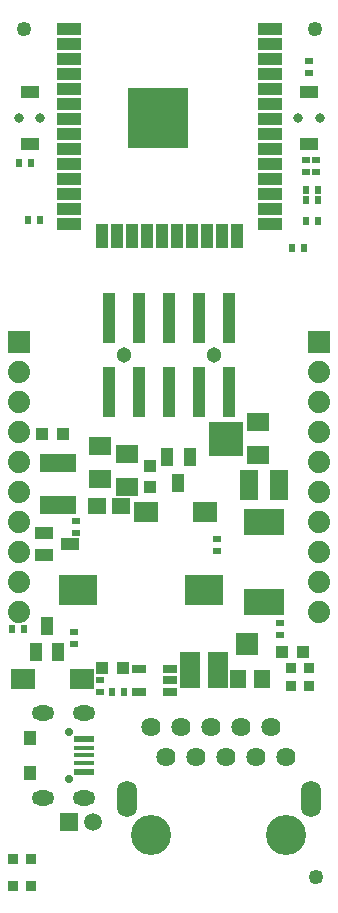
<source format=gbr>
G04 #@! TF.GenerationSoftware,KiCad,Pcbnew,5.99.0-unknown-d20d310~100~ubuntu18.04.1*
G04 #@! TF.CreationDate,2019-12-17T15:54:16+02:00*
G04 #@! TF.ProjectId,ESP32-PoE_Rev_E,45535033-322d-4506-9f45-5f5265765f45,E*
G04 #@! TF.SameCoordinates,Original*
G04 #@! TF.FileFunction,Soldermask,Top*
G04 #@! TF.FilePolarity,Negative*
%FSLAX46Y46*%
G04 Gerber Fmt 4.6, Leading zero omitted, Abs format (unit mm)*
G04 Created by KiCad (PCBNEW 5.99.0-unknown-d20d310~100~ubuntu18.04.1) date 2019-12-17 15:54:16*
%MOMM*%
%LPD*%
G04 APERTURE LIST*
%ADD10R,1.371600X1.625600*%
%ADD11R,0.601600X0.651600*%
%ADD12R,0.901600X0.901600*%
%ADD13R,1.501600X1.501600*%
%ADD14C,1.501600*%
%ADD15R,1.117600X1.117600*%
%ADD16R,3.101600X1.601600*%
%ADD17R,1.879600X1.625600*%
%ADD18R,0.651600X0.601600*%
%ADD19C,1.879600*%
%ADD20R,1.879600X1.879600*%
%ADD21R,1.301600X0.651600*%
%ADD22R,3.301600X2.601600*%
%ADD23R,3.501600X2.301600*%
%ADD24R,2.101600X1.801600*%
%ADD25R,1.625600X1.371600*%
%ADD26C,1.254000*%
%ADD27R,1.751600X0.601600*%
%ADD28R,1.751600X0.426600*%
%ADD29C,0.701600*%
%ADD30R,1.101600X1.201600*%
%ADD31O,1.901600X1.301600*%
%ADD32R,1.101600X1.501600*%
%ADD33R,1.701600X3.101600*%
%ADD34R,1.822400X1.822400*%
%ADD35R,2.901599X2.901599*%
%ADD36R,1.501600X1.101600*%
%ADD37C,1.301600*%
%ADD38R,1.101600X4.351600*%
%ADD39R,1.601600X1.001600*%
%ADD40C,0.801600*%
%ADD41R,2.101600X1.001600*%
%ADD42R,1.001600X2.101600*%
%ADD43R,5.101600X5.101600*%
%ADD44C,2.101600*%
%ADD45C,1.625600*%
%ADD46O,1.701600X3.101599*%
%ADD47C,3.401601*%
%ADD48R,1.601600X2.601600*%
G04 APERTURE END LIST*
D10*
X112014000Y-151765000D03*
X109982000Y-151765000D03*
D11*
X91821000Y-147574000D03*
X90805000Y-147574000D03*
X93218000Y-112903000D03*
X92202000Y-112903000D03*
D12*
X115951000Y-150876000D03*
X114427000Y-150876000D03*
X115951000Y-152400000D03*
X114427000Y-152400000D03*
D13*
X95638620Y-163852860D03*
D14*
X97650300Y-163850320D03*
D15*
X102489000Y-135509000D03*
X102489000Y-133731000D03*
D16*
X94742000Y-137005000D03*
X94742000Y-133505000D03*
D17*
X98298000Y-134874000D03*
X98298000Y-132080000D03*
X100584000Y-135509000D03*
X100584000Y-132715000D03*
D18*
X108204000Y-139954000D03*
X108204000Y-140970000D03*
D11*
X116713000Y-113030000D03*
X115697000Y-113030000D03*
X114554000Y-115316000D03*
X115570000Y-115316000D03*
X115697000Y-110363000D03*
X116713000Y-110363000D03*
X115697000Y-111252000D03*
X116713000Y-111252000D03*
D18*
X98298000Y-151828500D03*
X98298000Y-152844500D03*
D11*
X99314000Y-152844500D03*
X100330000Y-152844500D03*
D18*
X113538000Y-147066000D03*
X113538000Y-148082000D03*
X96266000Y-139446000D03*
X96266000Y-138430000D03*
X96075500Y-147828000D03*
X96075500Y-148844000D03*
D19*
X116840000Y-130840000D03*
X116840000Y-128300000D03*
X116840000Y-125760000D03*
D20*
X116840000Y-123220000D03*
D19*
X116840000Y-133380000D03*
X116840000Y-135920000D03*
X116840000Y-141000000D03*
X116840000Y-138460000D03*
X116840000Y-143540000D03*
X116840000Y-146080000D03*
X91440000Y-130840000D03*
X91440000Y-128300000D03*
X91440000Y-125760000D03*
D20*
X91440000Y-123220000D03*
D19*
X91440000Y-133380000D03*
X91440000Y-135920000D03*
X91440000Y-141000000D03*
X91440000Y-138460000D03*
X91440000Y-143540000D03*
X91440000Y-146080000D03*
D15*
X98425000Y-150876000D03*
X100203000Y-150876000D03*
D21*
X104170000Y-152842000D03*
X104170000Y-151892000D03*
X104170000Y-150942000D03*
X101570000Y-152842000D03*
X101570000Y-150942000D03*
D22*
X96377000Y-144272000D03*
X107077000Y-144272000D03*
D23*
X112141000Y-138459000D03*
X112141000Y-145259000D03*
D24*
X96734000Y-151765000D03*
X91734000Y-151765000D03*
X102148000Y-137668000D03*
X107148000Y-137668000D03*
D17*
X111633000Y-130048000D03*
X111633000Y-132842000D03*
D25*
X98044000Y-137160000D03*
X100076000Y-137160000D03*
D26*
X116586000Y-168529000D03*
X116459000Y-96774000D03*
X91821000Y-96774000D03*
D12*
X92456000Y-169291000D03*
X90932000Y-169291000D03*
D15*
X113665000Y-149479000D03*
X115443000Y-149479000D03*
D12*
X92456000Y-167005000D03*
X90932000Y-167005000D03*
D27*
X96876000Y-156854500D03*
D28*
X96876000Y-157592000D03*
X96876000Y-158242000D03*
X96876000Y-158892000D03*
D27*
X96876000Y-159629500D03*
D29*
X95626000Y-156242000D03*
X95626000Y-160242000D03*
D30*
X92326000Y-156742000D03*
X92326000Y-159742000D03*
D31*
X93476000Y-154642000D03*
X96946000Y-154642000D03*
X96946000Y-161842000D03*
X93476000Y-161842000D03*
D32*
X92839540Y-149479000D03*
X94742000Y-149479000D03*
X93786960Y-147269200D03*
X105851960Y-133004560D03*
X103949500Y-133004560D03*
X104904540Y-135214360D03*
D33*
X108261000Y-151003000D03*
X105861000Y-151003000D03*
D18*
X115951000Y-99441000D03*
X115951000Y-100457000D03*
X115697000Y-108839000D03*
X115697000Y-107823000D03*
X116586000Y-107823000D03*
X116586000Y-108839000D03*
D34*
X110744000Y-148844000D03*
D35*
X108966000Y-131445000D03*
D36*
X95715000Y-140335000D03*
X93515000Y-141285000D03*
X93515000Y-139385000D03*
D37*
X107950000Y-124333000D03*
D38*
X99060000Y-127458000D03*
X99060000Y-121208000D03*
X101600000Y-127458000D03*
X101600000Y-121208000D03*
X104140000Y-127458000D03*
X104140000Y-121208000D03*
X106680000Y-127458000D03*
X106680000Y-121208000D03*
X109220000Y-127458000D03*
X109220000Y-121208000D03*
D37*
X100330000Y-124333000D03*
D39*
X92321000Y-106444000D03*
X92321000Y-102090000D03*
D40*
X91421000Y-104267000D03*
X93221000Y-104267000D03*
D39*
X115959000Y-106444000D03*
X115959000Y-102090000D03*
D40*
X115059000Y-104267000D03*
X116859000Y-104267000D03*
D11*
X92456000Y-108077000D03*
X91440000Y-108077000D03*
D41*
X95640000Y-96725000D03*
X95640000Y-97995000D03*
X95640000Y-99265000D03*
X95640000Y-100535000D03*
X95640000Y-101805000D03*
X95640000Y-103075000D03*
X95640000Y-104345000D03*
X95640000Y-105615000D03*
X95640000Y-106885000D03*
X95640000Y-108155000D03*
X95640000Y-109425000D03*
X95640000Y-110695000D03*
X95640000Y-111965000D03*
X95640000Y-113235000D03*
D42*
X98440000Y-114235000D03*
X99710000Y-114235000D03*
X100980000Y-114235000D03*
X102250000Y-114235000D03*
X103520000Y-114235000D03*
X104790000Y-114235000D03*
X106060000Y-114235000D03*
X107330000Y-114235000D03*
X108600000Y-114235000D03*
X109870000Y-114235000D03*
D41*
X112640000Y-113235000D03*
X112640000Y-111965000D03*
X112640000Y-110695000D03*
X112640000Y-109425000D03*
X112640000Y-108155000D03*
X112640000Y-106885000D03*
X112640000Y-105615000D03*
X112640000Y-104345000D03*
X112640000Y-103075000D03*
X112640000Y-101805000D03*
X112640000Y-100535000D03*
X112640000Y-99265000D03*
X112640000Y-97995000D03*
X112640000Y-96725000D03*
D43*
X103140000Y-104235000D03*
D44*
X103140000Y-104235000D03*
D45*
X102616000Y-155806000D03*
X103886000Y-158346000D03*
X105156000Y-155806000D03*
X106426000Y-158346000D03*
X107696000Y-155806000D03*
X108966000Y-158346000D03*
X110236000Y-155806000D03*
X111506000Y-158346000D03*
X112776000Y-155806000D03*
X114046000Y-158346000D03*
D46*
X100531000Y-161946000D03*
X116131000Y-161946000D03*
D47*
X102616000Y-164996000D03*
X114046000Y-164996000D03*
D15*
X95123000Y-131064000D03*
X93345000Y-131064000D03*
D48*
X110891000Y-135382000D03*
X113391000Y-135382000D03*
M02*

</source>
